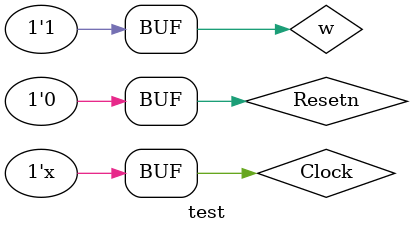
<source format=v>
`timescale 1ns / 1ps


module test;

	// Inputs
	reg Clock;
	reg Resetn;
	reg w;

	// Outputs
	wire z;

	// Instantiate the Unit Under Test (UUT)
	simple uut (
		.Clock(Clock), 
		.Resetn(Resetn), 
		.w(w), 
		.z(z)
	);

initial begin
		// Initialize Inputs
		Clock = 1;
		Resetn = 1;
		#100;
		Resetn = 0;
		#100;
		Resetn = 1;
		w = 0;
		#100;
		w = 1;
		#100;
		w = 0;
		#100;
		w = 1;
		#100;
		w = 1;
		#100;
		w = 1;
		#100;
		w = 0;
		#100;
		w = 1;
		#100;
		w = 1;
		#100;
		Resetn = 0;
		#100;
	end 
always begin #25;
      Clock = ~Clock;
		end
endmodule


</source>
